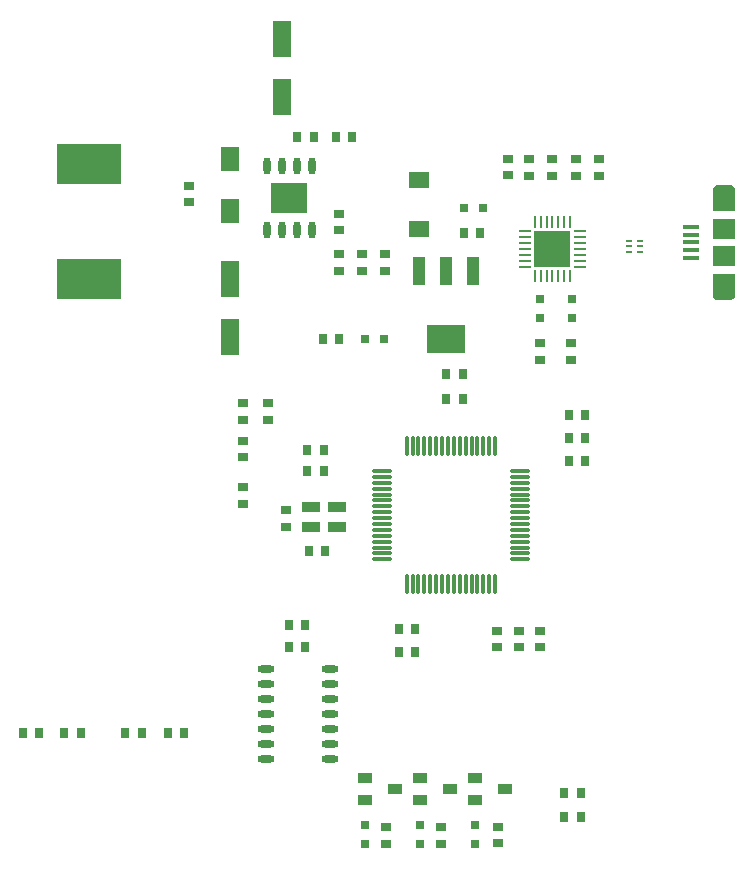
<source format=gtp>
%FSTAX23Y23*%
%MOIN*%
%SFA1B1*%

%IPPOS*%
%ADD19R,0.031500X0.037400*%
%ADD20O,0.057100X0.023600*%
%ADD21R,0.047200X0.033500*%
%ADD22O,0.025600X0.009800*%
%ADD23R,0.037400X0.031500*%
%ADD24R,0.061000X0.082700*%
%ADD25R,0.063000X0.124000*%
%ADD26R,0.031500X0.031500*%
%ADD27R,0.031500X0.031500*%
%ADD28R,0.061000X0.037400*%
%ADD29R,0.122000X0.102400*%
%ADD30O,0.023600X0.057100*%
%ADD31R,0.212600X0.137800*%
%ADD32R,0.065000X0.057100*%
%ADD33R,0.039400X0.094500*%
%ADD34R,0.129900X0.094500*%
%ADD35O,0.041300X0.009800*%
%ADD36O,0.009800X0.041300*%
%ADD37R,0.123200X0.123200*%
%ADD38R,0.074800X0.070900*%
%ADD39R,0.053100X0.015700*%
%ADD40O,0.066900X0.011800*%
%ADD41O,0.011800X0.066900*%
%LNtankboardpcb1-1*%
%LPD*%
G36*
X03484Y03835D02*
Y03831D01*
X03481Y03824*
X03476Y03819*
X03469Y03816*
X03419*
X03415Y03817*
X03411Y03821*
X03409Y03825*
Y03827*
Y03902*
X03484*
Y03835*
G37*
G36*
X03476Y04195D02*
X03481Y04189D01*
X03484Y04182*
Y04178*
Y04112*
X03409*
Y04186*
Y04188*
X03411Y04192*
X03415Y04196*
X03419Y04198*
X03469*
X03476Y04195*
G37*
G54D19*
X02913Y02091D03*
X02968D03*
X02913Y02172D03*
X02968D03*
X0205Y02732D03*
X01995D03*
X0205Y02657D03*
X01995D03*
X02579Y04038D03*
X02634D03*
X0252Y03485D03*
X02575D03*
X0252Y03569D03*
X02575D03*
X02163Y03685D03*
X02108D03*
X02111Y03316D03*
X02056D03*
X02111Y03245D03*
X02056D03*
X02062Y02979D03*
X02117D03*
X01163Y02373D03*
X01108D03*
X01247D03*
X01302D03*
X01505Y0237D03*
X0145D03*
X01591D03*
X01646D03*
X02416Y02719D03*
X02361D03*
X02416Y0264D03*
X02361D03*
X02152Y04358D03*
X02207D03*
X02022D03*
X02078D03*
X02929Y03278D03*
X02984D03*
Y03431D03*
X02929D03*
X02984Y03355D03*
X02929D03*
G54D20*
X01918Y02584D03*
Y02534D03*
Y02484D03*
Y02434D03*
Y02384D03*
Y02334D03*
Y02284D03*
X02133Y02584D03*
Y02534D03*
Y02484D03*
Y02434D03*
Y02384D03*
Y02334D03*
Y02284D03*
G54D21*
X0225Y02223D03*
X0225Y02149D03*
X02348Y02186D03*
X02715D03*
X02616Y02149D03*
X02616Y02223D03*
X02532Y02186D03*
X02433Y02149D03*
X02433Y02223D03*
G54D22*
X03167Y03974D03*
Y03994D03*
Y04013D03*
X03128D03*
Y03994D03*
Y03974D03*
G54D23*
X02316Y03913D03*
Y03968D03*
X0224Y03913D03*
Y03968D03*
X02163Y03913D03*
Y03968D03*
X01662Y04195D03*
Y0414D03*
X02952Y04229D03*
Y04285D03*
X03029Y04229D03*
Y04285D03*
X02874Y04229D03*
Y04285D03*
X02797Y04229D03*
Y04285D03*
X02726Y04286D03*
Y04231D03*
X02935Y03671D03*
Y03616D03*
X02831Y03671D03*
Y03616D03*
X01926Y03471D03*
Y03416D03*
X01842Y03471D03*
Y03416D03*
X01985Y03059D03*
Y03114D03*
X01842Y03191D03*
Y03136D03*
Y0329D03*
Y03345D03*
X02834Y02712D03*
Y02657D03*
X02761Y02712D03*
Y02657D03*
X02688D03*
Y02712D03*
X02691Y02004D03*
Y02059D03*
X02504Y02003D03*
Y02058D03*
X0232Y02003D03*
Y02058D03*
X02163Y04103D03*
Y04048D03*
G54D24*
X018Y04284D03*
Y04111D03*
G54D25*
X01798Y03693D03*
Y03886D03*
X01972Y04493D03*
Y04686D03*
G54D26*
X02643Y04123D03*
X0258D03*
X0225Y03686D03*
X02313D03*
G54D27*
X02938Y03817D03*
Y03754D03*
X02833Y03817D03*
Y03754D03*
X02616Y02066D03*
Y02003D03*
X02433Y02066D03*
Y02003D03*
X0225Y02066D03*
Y02003D03*
G54D28*
X02068Y03058D03*
Y03125D03*
X02155Y03058D03*
Y03125D03*
G54D29*
X01997Y04155D03*
G54D30*
X02072Y04262D03*
X02022D03*
X01972D03*
X01922D03*
X02072Y04048D03*
X02022D03*
X01972D03*
X01922D03*
G54D31*
X0133Y04267D03*
Y03886D03*
G54D32*
X0243Y04053D03*
Y04215D03*
G54D33*
X0261Y03913D03*
X02519D03*
X02429D03*
G54D34*
X02519Y03685D03*
G54D35*
X02965Y03926D03*
Y03946D03*
Y03965D03*
Y03985D03*
Y04005D03*
Y04024D03*
Y04044D03*
X02784D03*
Y04024D03*
Y04005D03*
Y03985D03*
Y03965D03*
Y03946D03*
Y03926D03*
G54D36*
X02933Y04075D03*
X02914D03*
X02894D03*
X02874D03*
X02855D03*
X02835D03*
X02815D03*
Y03894D03*
X02835D03*
X02855D03*
X02874D03*
X02894D03*
X02914D03*
X02933D03*
G54D37*
X02874Y03985D03*
G54D38*
X03447Y04052D03*
Y03961D03*
G54D39*
X03336Y03955D03*
Y04058D03*
Y03981D03*
Y04007D03*
Y04032D03*
G54D40*
X02305Y03245D03*
Y03225D03*
Y03206D03*
Y03186D03*
Y03166D03*
Y03147D03*
Y03127D03*
Y03107D03*
Y03088D03*
Y03068D03*
Y03048D03*
Y03029D03*
Y03009D03*
Y02989D03*
Y0297D03*
Y0295D03*
X02766D03*
Y0297D03*
Y02989D03*
Y03009D03*
Y03029D03*
Y03048D03*
Y03068D03*
Y03088D03*
Y03107D03*
Y03127D03*
Y03147D03*
Y03166D03*
Y03186D03*
Y03206D03*
Y03225D03*
Y03245D03*
G54D41*
X02388Y02867D03*
X02408D03*
X02427D03*
X02447D03*
X02467D03*
X02486D03*
X02506D03*
X02526D03*
X02546D03*
X02565D03*
X02585D03*
X02605D03*
X02624D03*
X02644D03*
X02664D03*
X02683D03*
Y03328D03*
X02664D03*
X02644D03*
X02624D03*
X02605D03*
X02585D03*
X02565D03*
X02546D03*
X02526D03*
X02506D03*
X02486D03*
X02467D03*
X02447D03*
X02427D03*
X02408D03*
X02388D03*
M02*
</source>
